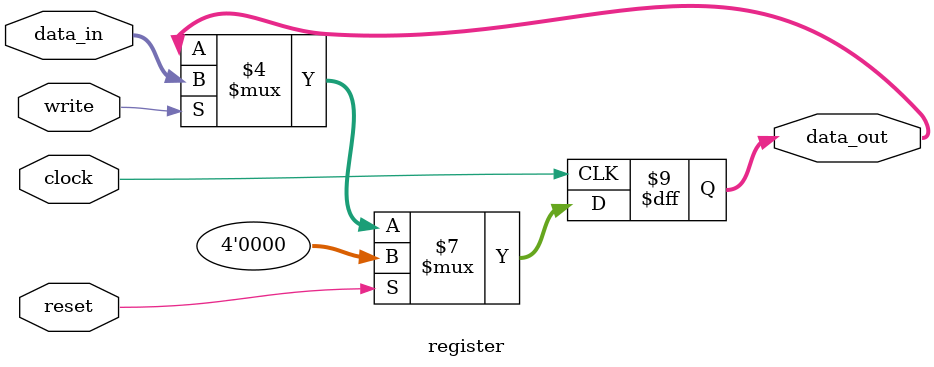
<source format=v>
module register(
    input wire clock,
    input wire reset,
    input wire write,
    input wire [3:0] data_in,
    output reg [3:0] data_out);

    always @(posedge clock) begin
        if (reset == 1'b1) begin
            data_out <= 4'h0;
        end else if (write == 1'b1) begin
            data_out <= data_in;
        end
    end

endmodule

</source>
